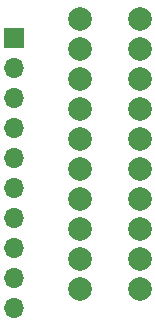
<source format=gtl>
G04 #@! TF.GenerationSoftware,KiCad,Pcbnew,7.0.7*
G04 #@! TF.CreationDate,2023-11-03T11:49:35+08:00*
G04 #@! TF.ProjectId,wago kf141r adapter,7761676f-206b-4663-9134-317220616461,rev?*
G04 #@! TF.SameCoordinates,Original*
G04 #@! TF.FileFunction,Copper,L1,Top*
G04 #@! TF.FilePolarity,Positive*
%FSLAX46Y46*%
G04 Gerber Fmt 4.6, Leading zero omitted, Abs format (unit mm)*
G04 Created by KiCad (PCBNEW 7.0.7) date 2023-11-03 11:49:35*
%MOMM*%
%LPD*%
G01*
G04 APERTURE LIST*
G04 #@! TA.AperFunction,ComponentPad*
%ADD10R,1.700000X1.700000*%
G04 #@! TD*
G04 #@! TA.AperFunction,ComponentPad*
%ADD11O,1.700000X1.700000*%
G04 #@! TD*
G04 #@! TA.AperFunction,ComponentPad*
%ADD12C,2.000000*%
G04 #@! TD*
G04 APERTURE END LIST*
D10*
X138430000Y-75570000D03*
D11*
X138430000Y-78110000D03*
X138430000Y-80650000D03*
X138430000Y-83190000D03*
X138430000Y-85730000D03*
X138430000Y-88270000D03*
X138430000Y-90810000D03*
X138430000Y-93350000D03*
X138430000Y-95890000D03*
X138430000Y-98430000D03*
D12*
X149128000Y-73980000D03*
X144048000Y-73980000D03*
X149128000Y-76520000D03*
X144048000Y-76520000D03*
X149128000Y-79060000D03*
X144048000Y-79060000D03*
X149128000Y-81600000D03*
X144048000Y-81600000D03*
X149128000Y-84140000D03*
X144048000Y-84140000D03*
X149128000Y-86680000D03*
X144048000Y-86680000D03*
X149128000Y-89220000D03*
X144048000Y-89220000D03*
X149128000Y-91760000D03*
X144048000Y-91760000D03*
X149128000Y-94300000D03*
X144048000Y-94300000D03*
X149128000Y-96840000D03*
X144048000Y-96840000D03*
M02*

</source>
